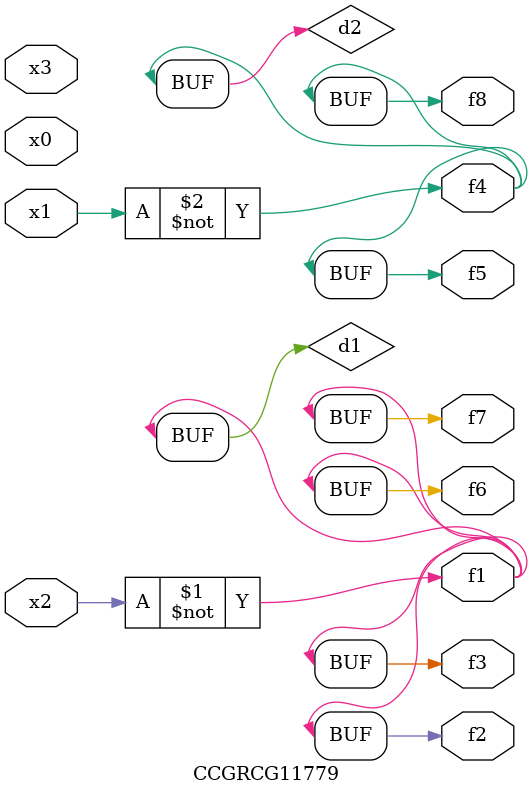
<source format=v>
module CCGRCG11779(
	input x0, x1, x2, x3,
	output f1, f2, f3, f4, f5, f6, f7, f8
);

	wire d1, d2;

	xnor (d1, x2);
	not (d2, x1);
	assign f1 = d1;
	assign f2 = d1;
	assign f3 = d1;
	assign f4 = d2;
	assign f5 = d2;
	assign f6 = d1;
	assign f7 = d1;
	assign f8 = d2;
endmodule

</source>
